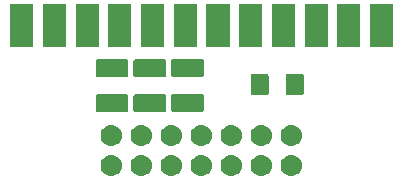
<source format=gbr>
G04 #@! TF.GenerationSoftware,KiCad,Pcbnew,(5.1.2-1)-1*
G04 #@! TF.CreationDate,2019-11-24T12:47:18+01:00*
G04 #@! TF.ProjectId,Amiga_DB23_RGBS_out,416d6967-615f-4444-9232-335f52474253,rev?*
G04 #@! TF.SameCoordinates,Original*
G04 #@! TF.FileFunction,Soldermask,Top*
G04 #@! TF.FilePolarity,Negative*
%FSLAX46Y46*%
G04 Gerber Fmt 4.6, Leading zero omitted, Abs format (unit mm)*
G04 Created by KiCad (PCBNEW (5.1.2-1)-1) date 2019-11-24 12:47:18*
%MOMM*%
%LPD*%
G04 APERTURE LIST*
%ADD10C,0.100000*%
G04 APERTURE END LIST*
D10*
G36*
X114200443Y-62955519D02*
G01*
X114266627Y-62962037D01*
X114436466Y-63013557D01*
X114592991Y-63097222D01*
X114628729Y-63126552D01*
X114730186Y-63209814D01*
X114813448Y-63311271D01*
X114842778Y-63347009D01*
X114926443Y-63503534D01*
X114977963Y-63673373D01*
X114995359Y-63850000D01*
X114977963Y-64026627D01*
X114926443Y-64196466D01*
X114842778Y-64352991D01*
X114813448Y-64388729D01*
X114730186Y-64490186D01*
X114628729Y-64573448D01*
X114592991Y-64602778D01*
X114436466Y-64686443D01*
X114266627Y-64737963D01*
X114200442Y-64744482D01*
X114134260Y-64751000D01*
X114045740Y-64751000D01*
X113979558Y-64744482D01*
X113913373Y-64737963D01*
X113743534Y-64686443D01*
X113587009Y-64602778D01*
X113551271Y-64573448D01*
X113449814Y-64490186D01*
X113366552Y-64388729D01*
X113337222Y-64352991D01*
X113253557Y-64196466D01*
X113202037Y-64026627D01*
X113184641Y-63850000D01*
X113202037Y-63673373D01*
X113253557Y-63503534D01*
X113337222Y-63347009D01*
X113366552Y-63311271D01*
X113449814Y-63209814D01*
X113551271Y-63126552D01*
X113587009Y-63097222D01*
X113743534Y-63013557D01*
X113913373Y-62962037D01*
X113979557Y-62955519D01*
X114045740Y-62949000D01*
X114134260Y-62949000D01*
X114200443Y-62955519D01*
X114200443Y-62955519D01*
G37*
G36*
X111660443Y-62955519D02*
G01*
X111726627Y-62962037D01*
X111896466Y-63013557D01*
X112052991Y-63097222D01*
X112088729Y-63126552D01*
X112190186Y-63209814D01*
X112273448Y-63311271D01*
X112302778Y-63347009D01*
X112386443Y-63503534D01*
X112437963Y-63673373D01*
X112455359Y-63850000D01*
X112437963Y-64026627D01*
X112386443Y-64196466D01*
X112302778Y-64352991D01*
X112273448Y-64388729D01*
X112190186Y-64490186D01*
X112088729Y-64573448D01*
X112052991Y-64602778D01*
X111896466Y-64686443D01*
X111726627Y-64737963D01*
X111660442Y-64744482D01*
X111594260Y-64751000D01*
X111505740Y-64751000D01*
X111439558Y-64744482D01*
X111373373Y-64737963D01*
X111203534Y-64686443D01*
X111047009Y-64602778D01*
X111011271Y-64573448D01*
X110909814Y-64490186D01*
X110826552Y-64388729D01*
X110797222Y-64352991D01*
X110713557Y-64196466D01*
X110662037Y-64026627D01*
X110644641Y-63850000D01*
X110662037Y-63673373D01*
X110713557Y-63503534D01*
X110797222Y-63347009D01*
X110826552Y-63311271D01*
X110909814Y-63209814D01*
X111011271Y-63126552D01*
X111047009Y-63097222D01*
X111203534Y-63013557D01*
X111373373Y-62962037D01*
X111439557Y-62955519D01*
X111505740Y-62949000D01*
X111594260Y-62949000D01*
X111660443Y-62955519D01*
X111660443Y-62955519D01*
G37*
G36*
X109120443Y-62955519D02*
G01*
X109186627Y-62962037D01*
X109356466Y-63013557D01*
X109512991Y-63097222D01*
X109548729Y-63126552D01*
X109650186Y-63209814D01*
X109733448Y-63311271D01*
X109762778Y-63347009D01*
X109846443Y-63503534D01*
X109897963Y-63673373D01*
X109915359Y-63850000D01*
X109897963Y-64026627D01*
X109846443Y-64196466D01*
X109762778Y-64352991D01*
X109733448Y-64388729D01*
X109650186Y-64490186D01*
X109548729Y-64573448D01*
X109512991Y-64602778D01*
X109356466Y-64686443D01*
X109186627Y-64737963D01*
X109120442Y-64744482D01*
X109054260Y-64751000D01*
X108965740Y-64751000D01*
X108899558Y-64744482D01*
X108833373Y-64737963D01*
X108663534Y-64686443D01*
X108507009Y-64602778D01*
X108471271Y-64573448D01*
X108369814Y-64490186D01*
X108286552Y-64388729D01*
X108257222Y-64352991D01*
X108173557Y-64196466D01*
X108122037Y-64026627D01*
X108104641Y-63850000D01*
X108122037Y-63673373D01*
X108173557Y-63503534D01*
X108257222Y-63347009D01*
X108286552Y-63311271D01*
X108369814Y-63209814D01*
X108471271Y-63126552D01*
X108507009Y-63097222D01*
X108663534Y-63013557D01*
X108833373Y-62962037D01*
X108899557Y-62955519D01*
X108965740Y-62949000D01*
X109054260Y-62949000D01*
X109120443Y-62955519D01*
X109120443Y-62955519D01*
G37*
G36*
X106580443Y-62955519D02*
G01*
X106646627Y-62962037D01*
X106816466Y-63013557D01*
X106972991Y-63097222D01*
X107008729Y-63126552D01*
X107110186Y-63209814D01*
X107193448Y-63311271D01*
X107222778Y-63347009D01*
X107306443Y-63503534D01*
X107357963Y-63673373D01*
X107375359Y-63850000D01*
X107357963Y-64026627D01*
X107306443Y-64196466D01*
X107222778Y-64352991D01*
X107193448Y-64388729D01*
X107110186Y-64490186D01*
X107008729Y-64573448D01*
X106972991Y-64602778D01*
X106816466Y-64686443D01*
X106646627Y-64737963D01*
X106580442Y-64744482D01*
X106514260Y-64751000D01*
X106425740Y-64751000D01*
X106359558Y-64744482D01*
X106293373Y-64737963D01*
X106123534Y-64686443D01*
X105967009Y-64602778D01*
X105931271Y-64573448D01*
X105829814Y-64490186D01*
X105746552Y-64388729D01*
X105717222Y-64352991D01*
X105633557Y-64196466D01*
X105582037Y-64026627D01*
X105564641Y-63850000D01*
X105582037Y-63673373D01*
X105633557Y-63503534D01*
X105717222Y-63347009D01*
X105746552Y-63311271D01*
X105829814Y-63209814D01*
X105931271Y-63126552D01*
X105967009Y-63097222D01*
X106123534Y-63013557D01*
X106293373Y-62962037D01*
X106359557Y-62955519D01*
X106425740Y-62949000D01*
X106514260Y-62949000D01*
X106580443Y-62955519D01*
X106580443Y-62955519D01*
G37*
G36*
X104040443Y-62955519D02*
G01*
X104106627Y-62962037D01*
X104276466Y-63013557D01*
X104432991Y-63097222D01*
X104468729Y-63126552D01*
X104570186Y-63209814D01*
X104653448Y-63311271D01*
X104682778Y-63347009D01*
X104766443Y-63503534D01*
X104817963Y-63673373D01*
X104835359Y-63850000D01*
X104817963Y-64026627D01*
X104766443Y-64196466D01*
X104682778Y-64352991D01*
X104653448Y-64388729D01*
X104570186Y-64490186D01*
X104468729Y-64573448D01*
X104432991Y-64602778D01*
X104276466Y-64686443D01*
X104106627Y-64737963D01*
X104040442Y-64744482D01*
X103974260Y-64751000D01*
X103885740Y-64751000D01*
X103819558Y-64744482D01*
X103753373Y-64737963D01*
X103583534Y-64686443D01*
X103427009Y-64602778D01*
X103391271Y-64573448D01*
X103289814Y-64490186D01*
X103206552Y-64388729D01*
X103177222Y-64352991D01*
X103093557Y-64196466D01*
X103042037Y-64026627D01*
X103024641Y-63850000D01*
X103042037Y-63673373D01*
X103093557Y-63503534D01*
X103177222Y-63347009D01*
X103206552Y-63311271D01*
X103289814Y-63209814D01*
X103391271Y-63126552D01*
X103427009Y-63097222D01*
X103583534Y-63013557D01*
X103753373Y-62962037D01*
X103819557Y-62955519D01*
X103885740Y-62949000D01*
X103974260Y-62949000D01*
X104040443Y-62955519D01*
X104040443Y-62955519D01*
G37*
G36*
X101500443Y-62955519D02*
G01*
X101566627Y-62962037D01*
X101736466Y-63013557D01*
X101892991Y-63097222D01*
X101928729Y-63126552D01*
X102030186Y-63209814D01*
X102113448Y-63311271D01*
X102142778Y-63347009D01*
X102226443Y-63503534D01*
X102277963Y-63673373D01*
X102295359Y-63850000D01*
X102277963Y-64026627D01*
X102226443Y-64196466D01*
X102142778Y-64352991D01*
X102113448Y-64388729D01*
X102030186Y-64490186D01*
X101928729Y-64573448D01*
X101892991Y-64602778D01*
X101736466Y-64686443D01*
X101566627Y-64737963D01*
X101500442Y-64744482D01*
X101434260Y-64751000D01*
X101345740Y-64751000D01*
X101279558Y-64744482D01*
X101213373Y-64737963D01*
X101043534Y-64686443D01*
X100887009Y-64602778D01*
X100851271Y-64573448D01*
X100749814Y-64490186D01*
X100666552Y-64388729D01*
X100637222Y-64352991D01*
X100553557Y-64196466D01*
X100502037Y-64026627D01*
X100484641Y-63850000D01*
X100502037Y-63673373D01*
X100553557Y-63503534D01*
X100637222Y-63347009D01*
X100666552Y-63311271D01*
X100749814Y-63209814D01*
X100851271Y-63126552D01*
X100887009Y-63097222D01*
X101043534Y-63013557D01*
X101213373Y-62962037D01*
X101279557Y-62955519D01*
X101345740Y-62949000D01*
X101434260Y-62949000D01*
X101500443Y-62955519D01*
X101500443Y-62955519D01*
G37*
G36*
X98960443Y-62955519D02*
G01*
X99026627Y-62962037D01*
X99196466Y-63013557D01*
X99352991Y-63097222D01*
X99388729Y-63126552D01*
X99490186Y-63209814D01*
X99573448Y-63311271D01*
X99602778Y-63347009D01*
X99686443Y-63503534D01*
X99737963Y-63673373D01*
X99755359Y-63850000D01*
X99737963Y-64026627D01*
X99686443Y-64196466D01*
X99602778Y-64352991D01*
X99573448Y-64388729D01*
X99490186Y-64490186D01*
X99388729Y-64573448D01*
X99352991Y-64602778D01*
X99196466Y-64686443D01*
X99026627Y-64737963D01*
X98960442Y-64744482D01*
X98894260Y-64751000D01*
X98805740Y-64751000D01*
X98739558Y-64744482D01*
X98673373Y-64737963D01*
X98503534Y-64686443D01*
X98347009Y-64602778D01*
X98311271Y-64573448D01*
X98209814Y-64490186D01*
X98126552Y-64388729D01*
X98097222Y-64352991D01*
X98013557Y-64196466D01*
X97962037Y-64026627D01*
X97944641Y-63850000D01*
X97962037Y-63673373D01*
X98013557Y-63503534D01*
X98097222Y-63347009D01*
X98126552Y-63311271D01*
X98209814Y-63209814D01*
X98311271Y-63126552D01*
X98347009Y-63097222D01*
X98503534Y-63013557D01*
X98673373Y-62962037D01*
X98739557Y-62955519D01*
X98805740Y-62949000D01*
X98894260Y-62949000D01*
X98960443Y-62955519D01*
X98960443Y-62955519D01*
G37*
G36*
X114200442Y-60415518D02*
G01*
X114266627Y-60422037D01*
X114436466Y-60473557D01*
X114592991Y-60557222D01*
X114628729Y-60586552D01*
X114730186Y-60669814D01*
X114813448Y-60771271D01*
X114842778Y-60807009D01*
X114926443Y-60963534D01*
X114977963Y-61133373D01*
X114995359Y-61310000D01*
X114977963Y-61486627D01*
X114926443Y-61656466D01*
X114842778Y-61812991D01*
X114813448Y-61848729D01*
X114730186Y-61950186D01*
X114628729Y-62033448D01*
X114592991Y-62062778D01*
X114436466Y-62146443D01*
X114266627Y-62197963D01*
X114200442Y-62204482D01*
X114134260Y-62211000D01*
X114045740Y-62211000D01*
X113979558Y-62204482D01*
X113913373Y-62197963D01*
X113743534Y-62146443D01*
X113587009Y-62062778D01*
X113551271Y-62033448D01*
X113449814Y-61950186D01*
X113366552Y-61848729D01*
X113337222Y-61812991D01*
X113253557Y-61656466D01*
X113202037Y-61486627D01*
X113184641Y-61310000D01*
X113202037Y-61133373D01*
X113253557Y-60963534D01*
X113337222Y-60807009D01*
X113366552Y-60771271D01*
X113449814Y-60669814D01*
X113551271Y-60586552D01*
X113587009Y-60557222D01*
X113743534Y-60473557D01*
X113913373Y-60422037D01*
X113979558Y-60415518D01*
X114045740Y-60409000D01*
X114134260Y-60409000D01*
X114200442Y-60415518D01*
X114200442Y-60415518D01*
G37*
G36*
X98960442Y-60415518D02*
G01*
X99026627Y-60422037D01*
X99196466Y-60473557D01*
X99352991Y-60557222D01*
X99388729Y-60586552D01*
X99490186Y-60669814D01*
X99573448Y-60771271D01*
X99602778Y-60807009D01*
X99686443Y-60963534D01*
X99737963Y-61133373D01*
X99755359Y-61310000D01*
X99737963Y-61486627D01*
X99686443Y-61656466D01*
X99602778Y-61812991D01*
X99573448Y-61848729D01*
X99490186Y-61950186D01*
X99388729Y-62033448D01*
X99352991Y-62062778D01*
X99196466Y-62146443D01*
X99026627Y-62197963D01*
X98960442Y-62204482D01*
X98894260Y-62211000D01*
X98805740Y-62211000D01*
X98739558Y-62204482D01*
X98673373Y-62197963D01*
X98503534Y-62146443D01*
X98347009Y-62062778D01*
X98311271Y-62033448D01*
X98209814Y-61950186D01*
X98126552Y-61848729D01*
X98097222Y-61812991D01*
X98013557Y-61656466D01*
X97962037Y-61486627D01*
X97944641Y-61310000D01*
X97962037Y-61133373D01*
X98013557Y-60963534D01*
X98097222Y-60807009D01*
X98126552Y-60771271D01*
X98209814Y-60669814D01*
X98311271Y-60586552D01*
X98347009Y-60557222D01*
X98503534Y-60473557D01*
X98673373Y-60422037D01*
X98739558Y-60415518D01*
X98805740Y-60409000D01*
X98894260Y-60409000D01*
X98960442Y-60415518D01*
X98960442Y-60415518D01*
G37*
G36*
X101500442Y-60415518D02*
G01*
X101566627Y-60422037D01*
X101736466Y-60473557D01*
X101892991Y-60557222D01*
X101928729Y-60586552D01*
X102030186Y-60669814D01*
X102113448Y-60771271D01*
X102142778Y-60807009D01*
X102226443Y-60963534D01*
X102277963Y-61133373D01*
X102295359Y-61310000D01*
X102277963Y-61486627D01*
X102226443Y-61656466D01*
X102142778Y-61812991D01*
X102113448Y-61848729D01*
X102030186Y-61950186D01*
X101928729Y-62033448D01*
X101892991Y-62062778D01*
X101736466Y-62146443D01*
X101566627Y-62197963D01*
X101500442Y-62204482D01*
X101434260Y-62211000D01*
X101345740Y-62211000D01*
X101279558Y-62204482D01*
X101213373Y-62197963D01*
X101043534Y-62146443D01*
X100887009Y-62062778D01*
X100851271Y-62033448D01*
X100749814Y-61950186D01*
X100666552Y-61848729D01*
X100637222Y-61812991D01*
X100553557Y-61656466D01*
X100502037Y-61486627D01*
X100484641Y-61310000D01*
X100502037Y-61133373D01*
X100553557Y-60963534D01*
X100637222Y-60807009D01*
X100666552Y-60771271D01*
X100749814Y-60669814D01*
X100851271Y-60586552D01*
X100887009Y-60557222D01*
X101043534Y-60473557D01*
X101213373Y-60422037D01*
X101279558Y-60415518D01*
X101345740Y-60409000D01*
X101434260Y-60409000D01*
X101500442Y-60415518D01*
X101500442Y-60415518D01*
G37*
G36*
X104040442Y-60415518D02*
G01*
X104106627Y-60422037D01*
X104276466Y-60473557D01*
X104432991Y-60557222D01*
X104468729Y-60586552D01*
X104570186Y-60669814D01*
X104653448Y-60771271D01*
X104682778Y-60807009D01*
X104766443Y-60963534D01*
X104817963Y-61133373D01*
X104835359Y-61310000D01*
X104817963Y-61486627D01*
X104766443Y-61656466D01*
X104682778Y-61812991D01*
X104653448Y-61848729D01*
X104570186Y-61950186D01*
X104468729Y-62033448D01*
X104432991Y-62062778D01*
X104276466Y-62146443D01*
X104106627Y-62197963D01*
X104040442Y-62204482D01*
X103974260Y-62211000D01*
X103885740Y-62211000D01*
X103819558Y-62204482D01*
X103753373Y-62197963D01*
X103583534Y-62146443D01*
X103427009Y-62062778D01*
X103391271Y-62033448D01*
X103289814Y-61950186D01*
X103206552Y-61848729D01*
X103177222Y-61812991D01*
X103093557Y-61656466D01*
X103042037Y-61486627D01*
X103024641Y-61310000D01*
X103042037Y-61133373D01*
X103093557Y-60963534D01*
X103177222Y-60807009D01*
X103206552Y-60771271D01*
X103289814Y-60669814D01*
X103391271Y-60586552D01*
X103427009Y-60557222D01*
X103583534Y-60473557D01*
X103753373Y-60422037D01*
X103819558Y-60415518D01*
X103885740Y-60409000D01*
X103974260Y-60409000D01*
X104040442Y-60415518D01*
X104040442Y-60415518D01*
G37*
G36*
X106580442Y-60415518D02*
G01*
X106646627Y-60422037D01*
X106816466Y-60473557D01*
X106972991Y-60557222D01*
X107008729Y-60586552D01*
X107110186Y-60669814D01*
X107193448Y-60771271D01*
X107222778Y-60807009D01*
X107306443Y-60963534D01*
X107357963Y-61133373D01*
X107375359Y-61310000D01*
X107357963Y-61486627D01*
X107306443Y-61656466D01*
X107222778Y-61812991D01*
X107193448Y-61848729D01*
X107110186Y-61950186D01*
X107008729Y-62033448D01*
X106972991Y-62062778D01*
X106816466Y-62146443D01*
X106646627Y-62197963D01*
X106580442Y-62204482D01*
X106514260Y-62211000D01*
X106425740Y-62211000D01*
X106359558Y-62204482D01*
X106293373Y-62197963D01*
X106123534Y-62146443D01*
X105967009Y-62062778D01*
X105931271Y-62033448D01*
X105829814Y-61950186D01*
X105746552Y-61848729D01*
X105717222Y-61812991D01*
X105633557Y-61656466D01*
X105582037Y-61486627D01*
X105564641Y-61310000D01*
X105582037Y-61133373D01*
X105633557Y-60963534D01*
X105717222Y-60807009D01*
X105746552Y-60771271D01*
X105829814Y-60669814D01*
X105931271Y-60586552D01*
X105967009Y-60557222D01*
X106123534Y-60473557D01*
X106293373Y-60422037D01*
X106359558Y-60415518D01*
X106425740Y-60409000D01*
X106514260Y-60409000D01*
X106580442Y-60415518D01*
X106580442Y-60415518D01*
G37*
G36*
X109120442Y-60415518D02*
G01*
X109186627Y-60422037D01*
X109356466Y-60473557D01*
X109512991Y-60557222D01*
X109548729Y-60586552D01*
X109650186Y-60669814D01*
X109733448Y-60771271D01*
X109762778Y-60807009D01*
X109846443Y-60963534D01*
X109897963Y-61133373D01*
X109915359Y-61310000D01*
X109897963Y-61486627D01*
X109846443Y-61656466D01*
X109762778Y-61812991D01*
X109733448Y-61848729D01*
X109650186Y-61950186D01*
X109548729Y-62033448D01*
X109512991Y-62062778D01*
X109356466Y-62146443D01*
X109186627Y-62197963D01*
X109120442Y-62204482D01*
X109054260Y-62211000D01*
X108965740Y-62211000D01*
X108899558Y-62204482D01*
X108833373Y-62197963D01*
X108663534Y-62146443D01*
X108507009Y-62062778D01*
X108471271Y-62033448D01*
X108369814Y-61950186D01*
X108286552Y-61848729D01*
X108257222Y-61812991D01*
X108173557Y-61656466D01*
X108122037Y-61486627D01*
X108104641Y-61310000D01*
X108122037Y-61133373D01*
X108173557Y-60963534D01*
X108257222Y-60807009D01*
X108286552Y-60771271D01*
X108369814Y-60669814D01*
X108471271Y-60586552D01*
X108507009Y-60557222D01*
X108663534Y-60473557D01*
X108833373Y-60422037D01*
X108899558Y-60415518D01*
X108965740Y-60409000D01*
X109054260Y-60409000D01*
X109120442Y-60415518D01*
X109120442Y-60415518D01*
G37*
G36*
X111660442Y-60415518D02*
G01*
X111726627Y-60422037D01*
X111896466Y-60473557D01*
X112052991Y-60557222D01*
X112088729Y-60586552D01*
X112190186Y-60669814D01*
X112273448Y-60771271D01*
X112302778Y-60807009D01*
X112386443Y-60963534D01*
X112437963Y-61133373D01*
X112455359Y-61310000D01*
X112437963Y-61486627D01*
X112386443Y-61656466D01*
X112302778Y-61812991D01*
X112273448Y-61848729D01*
X112190186Y-61950186D01*
X112088729Y-62033448D01*
X112052991Y-62062778D01*
X111896466Y-62146443D01*
X111726627Y-62197963D01*
X111660442Y-62204482D01*
X111594260Y-62211000D01*
X111505740Y-62211000D01*
X111439558Y-62204482D01*
X111373373Y-62197963D01*
X111203534Y-62146443D01*
X111047009Y-62062778D01*
X111011271Y-62033448D01*
X110909814Y-61950186D01*
X110826552Y-61848729D01*
X110797222Y-61812991D01*
X110713557Y-61656466D01*
X110662037Y-61486627D01*
X110644641Y-61310000D01*
X110662037Y-61133373D01*
X110713557Y-60963534D01*
X110797222Y-60807009D01*
X110826552Y-60771271D01*
X110909814Y-60669814D01*
X111011271Y-60586552D01*
X111047009Y-60557222D01*
X111203534Y-60473557D01*
X111373373Y-60422037D01*
X111439558Y-60415518D01*
X111505740Y-60409000D01*
X111594260Y-60409000D01*
X111660442Y-60415518D01*
X111660442Y-60415518D01*
G37*
G36*
X100125562Y-57828181D02*
G01*
X100160481Y-57838774D01*
X100192663Y-57855976D01*
X100220873Y-57879127D01*
X100244024Y-57907337D01*
X100261226Y-57939519D01*
X100271819Y-57974438D01*
X100276000Y-58016895D01*
X100276000Y-59158105D01*
X100271819Y-59200562D01*
X100261226Y-59235481D01*
X100244024Y-59267663D01*
X100220873Y-59295873D01*
X100192663Y-59319024D01*
X100160481Y-59336226D01*
X100125562Y-59346819D01*
X100083105Y-59351000D01*
X97716895Y-59351000D01*
X97674438Y-59346819D01*
X97639519Y-59336226D01*
X97607337Y-59319024D01*
X97579127Y-59295873D01*
X97555976Y-59267663D01*
X97538774Y-59235481D01*
X97528181Y-59200562D01*
X97524000Y-59158105D01*
X97524000Y-58016895D01*
X97528181Y-57974438D01*
X97538774Y-57939519D01*
X97555976Y-57907337D01*
X97579127Y-57879127D01*
X97607337Y-57855976D01*
X97639519Y-57838774D01*
X97674438Y-57828181D01*
X97716895Y-57824000D01*
X100083105Y-57824000D01*
X100125562Y-57828181D01*
X100125562Y-57828181D01*
G37*
G36*
X103325562Y-57828181D02*
G01*
X103360481Y-57838774D01*
X103392663Y-57855976D01*
X103420873Y-57879127D01*
X103444024Y-57907337D01*
X103461226Y-57939519D01*
X103471819Y-57974438D01*
X103476000Y-58016895D01*
X103476000Y-59158105D01*
X103471819Y-59200562D01*
X103461226Y-59235481D01*
X103444024Y-59267663D01*
X103420873Y-59295873D01*
X103392663Y-59319024D01*
X103360481Y-59336226D01*
X103325562Y-59346819D01*
X103283105Y-59351000D01*
X100916895Y-59351000D01*
X100874438Y-59346819D01*
X100839519Y-59336226D01*
X100807337Y-59319024D01*
X100779127Y-59295873D01*
X100755976Y-59267663D01*
X100738774Y-59235481D01*
X100728181Y-59200562D01*
X100724000Y-59158105D01*
X100724000Y-58016895D01*
X100728181Y-57974438D01*
X100738774Y-57939519D01*
X100755976Y-57907337D01*
X100779127Y-57879127D01*
X100807337Y-57855976D01*
X100839519Y-57838774D01*
X100874438Y-57828181D01*
X100916895Y-57824000D01*
X103283105Y-57824000D01*
X103325562Y-57828181D01*
X103325562Y-57828181D01*
G37*
G36*
X106525562Y-57815681D02*
G01*
X106560481Y-57826274D01*
X106592663Y-57843476D01*
X106620873Y-57866627D01*
X106644024Y-57894837D01*
X106661226Y-57927019D01*
X106671819Y-57961938D01*
X106676000Y-58004395D01*
X106676000Y-59145605D01*
X106671819Y-59188062D01*
X106661226Y-59222981D01*
X106644024Y-59255163D01*
X106620873Y-59283373D01*
X106592663Y-59306524D01*
X106560481Y-59323726D01*
X106525562Y-59334319D01*
X106483105Y-59338500D01*
X104116895Y-59338500D01*
X104074438Y-59334319D01*
X104039519Y-59323726D01*
X104007337Y-59306524D01*
X103979127Y-59283373D01*
X103955976Y-59255163D01*
X103938774Y-59222981D01*
X103928181Y-59188062D01*
X103924000Y-59145605D01*
X103924000Y-58004395D01*
X103928181Y-57961938D01*
X103938774Y-57927019D01*
X103955976Y-57894837D01*
X103979127Y-57866627D01*
X104007337Y-57843476D01*
X104039519Y-57826274D01*
X104074438Y-57815681D01*
X104116895Y-57811500D01*
X106483105Y-57811500D01*
X106525562Y-57815681D01*
X106525562Y-57815681D01*
G37*
G36*
X112013062Y-56078181D02*
G01*
X112047981Y-56088774D01*
X112080163Y-56105976D01*
X112108373Y-56129127D01*
X112131524Y-56157337D01*
X112148726Y-56189519D01*
X112159319Y-56224438D01*
X112163500Y-56266895D01*
X112163500Y-57733105D01*
X112159319Y-57775562D01*
X112148726Y-57810481D01*
X112131524Y-57842663D01*
X112108373Y-57870873D01*
X112080163Y-57894024D01*
X112047981Y-57911226D01*
X112013062Y-57921819D01*
X111970605Y-57926000D01*
X110829395Y-57926000D01*
X110786938Y-57921819D01*
X110752019Y-57911226D01*
X110719837Y-57894024D01*
X110691627Y-57870873D01*
X110668476Y-57842663D01*
X110651274Y-57810481D01*
X110640681Y-57775562D01*
X110636500Y-57733105D01*
X110636500Y-56266895D01*
X110640681Y-56224438D01*
X110651274Y-56189519D01*
X110668476Y-56157337D01*
X110691627Y-56129127D01*
X110719837Y-56105976D01*
X110752019Y-56088774D01*
X110786938Y-56078181D01*
X110829395Y-56074000D01*
X111970605Y-56074000D01*
X112013062Y-56078181D01*
X112013062Y-56078181D01*
G37*
G36*
X114988062Y-56078181D02*
G01*
X115022981Y-56088774D01*
X115055163Y-56105976D01*
X115083373Y-56129127D01*
X115106524Y-56157337D01*
X115123726Y-56189519D01*
X115134319Y-56224438D01*
X115138500Y-56266895D01*
X115138500Y-57733105D01*
X115134319Y-57775562D01*
X115123726Y-57810481D01*
X115106524Y-57842663D01*
X115083373Y-57870873D01*
X115055163Y-57894024D01*
X115022981Y-57911226D01*
X114988062Y-57921819D01*
X114945605Y-57926000D01*
X113804395Y-57926000D01*
X113761938Y-57921819D01*
X113727019Y-57911226D01*
X113694837Y-57894024D01*
X113666627Y-57870873D01*
X113643476Y-57842663D01*
X113626274Y-57810481D01*
X113615681Y-57775562D01*
X113611500Y-57733105D01*
X113611500Y-56266895D01*
X113615681Y-56224438D01*
X113626274Y-56189519D01*
X113643476Y-56157337D01*
X113666627Y-56129127D01*
X113694837Y-56105976D01*
X113727019Y-56088774D01*
X113761938Y-56078181D01*
X113804395Y-56074000D01*
X114945605Y-56074000D01*
X114988062Y-56078181D01*
X114988062Y-56078181D01*
G37*
G36*
X103325562Y-54853181D02*
G01*
X103360481Y-54863774D01*
X103392663Y-54880976D01*
X103420873Y-54904127D01*
X103444024Y-54932337D01*
X103461226Y-54964519D01*
X103471819Y-54999438D01*
X103476000Y-55041895D01*
X103476000Y-56183105D01*
X103471819Y-56225562D01*
X103461226Y-56260481D01*
X103444024Y-56292663D01*
X103420873Y-56320873D01*
X103392663Y-56344024D01*
X103360481Y-56361226D01*
X103325562Y-56371819D01*
X103283105Y-56376000D01*
X100916895Y-56376000D01*
X100874438Y-56371819D01*
X100839519Y-56361226D01*
X100807337Y-56344024D01*
X100779127Y-56320873D01*
X100755976Y-56292663D01*
X100738774Y-56260481D01*
X100728181Y-56225562D01*
X100724000Y-56183105D01*
X100724000Y-55041895D01*
X100728181Y-54999438D01*
X100738774Y-54964519D01*
X100755976Y-54932337D01*
X100779127Y-54904127D01*
X100807337Y-54880976D01*
X100839519Y-54863774D01*
X100874438Y-54853181D01*
X100916895Y-54849000D01*
X103283105Y-54849000D01*
X103325562Y-54853181D01*
X103325562Y-54853181D01*
G37*
G36*
X100125562Y-54853181D02*
G01*
X100160481Y-54863774D01*
X100192663Y-54880976D01*
X100220873Y-54904127D01*
X100244024Y-54932337D01*
X100261226Y-54964519D01*
X100271819Y-54999438D01*
X100276000Y-55041895D01*
X100276000Y-56183105D01*
X100271819Y-56225562D01*
X100261226Y-56260481D01*
X100244024Y-56292663D01*
X100220873Y-56320873D01*
X100192663Y-56344024D01*
X100160481Y-56361226D01*
X100125562Y-56371819D01*
X100083105Y-56376000D01*
X97716895Y-56376000D01*
X97674438Y-56371819D01*
X97639519Y-56361226D01*
X97607337Y-56344024D01*
X97579127Y-56320873D01*
X97555976Y-56292663D01*
X97538774Y-56260481D01*
X97528181Y-56225562D01*
X97524000Y-56183105D01*
X97524000Y-55041895D01*
X97528181Y-54999438D01*
X97538774Y-54964519D01*
X97555976Y-54932337D01*
X97579127Y-54904127D01*
X97607337Y-54880976D01*
X97639519Y-54863774D01*
X97674438Y-54853181D01*
X97716895Y-54849000D01*
X100083105Y-54849000D01*
X100125562Y-54853181D01*
X100125562Y-54853181D01*
G37*
G36*
X106525562Y-54840681D02*
G01*
X106560481Y-54851274D01*
X106592663Y-54868476D01*
X106620873Y-54891627D01*
X106644024Y-54919837D01*
X106661226Y-54952019D01*
X106671819Y-54986938D01*
X106676000Y-55029395D01*
X106676000Y-56170605D01*
X106671819Y-56213062D01*
X106661226Y-56247981D01*
X106644024Y-56280163D01*
X106620873Y-56308373D01*
X106592663Y-56331524D01*
X106560481Y-56348726D01*
X106525562Y-56359319D01*
X106483105Y-56363500D01*
X104116895Y-56363500D01*
X104074438Y-56359319D01*
X104039519Y-56348726D01*
X104007337Y-56331524D01*
X103979127Y-56308373D01*
X103955976Y-56280163D01*
X103938774Y-56247981D01*
X103928181Y-56213062D01*
X103924000Y-56170605D01*
X103924000Y-55029395D01*
X103928181Y-54986938D01*
X103938774Y-54952019D01*
X103955976Y-54919837D01*
X103979127Y-54891627D01*
X104007337Y-54868476D01*
X104039519Y-54851274D01*
X104074438Y-54840681D01*
X104116895Y-54836500D01*
X106483105Y-54836500D01*
X106525562Y-54840681D01*
X106525562Y-54840681D01*
G37*
G36*
X100549333Y-53791000D02*
G01*
X98600667Y-53791000D01*
X98600667Y-50209000D01*
X100549333Y-50209000D01*
X100549333Y-53791000D01*
X100549333Y-53791000D01*
G37*
G36*
X103319333Y-53791000D02*
G01*
X101370667Y-53791000D01*
X101370667Y-50209000D01*
X103319333Y-50209000D01*
X103319333Y-53791000D01*
X103319333Y-53791000D01*
G37*
G36*
X106089333Y-53791000D02*
G01*
X104140667Y-53791000D01*
X104140667Y-50209000D01*
X106089333Y-50209000D01*
X106089333Y-53791000D01*
X106089333Y-53791000D01*
G37*
G36*
X108859333Y-53791000D02*
G01*
X106910667Y-53791000D01*
X106910667Y-50209000D01*
X108859333Y-50209000D01*
X108859333Y-53791000D01*
X108859333Y-53791000D01*
G37*
G36*
X111629333Y-53791000D02*
G01*
X109680667Y-53791000D01*
X109680667Y-50209000D01*
X111629333Y-50209000D01*
X111629333Y-53791000D01*
X111629333Y-53791000D01*
G37*
G36*
X114399333Y-53791000D02*
G01*
X112450667Y-53791000D01*
X112450667Y-50209000D01*
X114399333Y-50209000D01*
X114399333Y-53791000D01*
X114399333Y-53791000D01*
G37*
G36*
X117169333Y-53791000D02*
G01*
X115220667Y-53791000D01*
X115220667Y-50209000D01*
X117169333Y-50209000D01*
X117169333Y-53791000D01*
X117169333Y-53791000D01*
G37*
G36*
X119939333Y-53791000D02*
G01*
X117990667Y-53791000D01*
X117990667Y-50209000D01*
X119939333Y-50209000D01*
X119939333Y-53791000D01*
X119939333Y-53791000D01*
G37*
G36*
X122709333Y-53791000D02*
G01*
X120760667Y-53791000D01*
X120760667Y-50209000D01*
X122709333Y-50209000D01*
X122709333Y-53791000D01*
X122709333Y-53791000D01*
G37*
G36*
X97779333Y-53791000D02*
G01*
X95830667Y-53791000D01*
X95830667Y-50209000D01*
X97779333Y-50209000D01*
X97779333Y-53791000D01*
X97779333Y-53791000D01*
G37*
G36*
X95009333Y-53791000D02*
G01*
X93060667Y-53791000D01*
X93060667Y-50209000D01*
X95009333Y-50209000D01*
X95009333Y-53791000D01*
X95009333Y-53791000D01*
G37*
G36*
X92239333Y-53791000D02*
G01*
X90290667Y-53791000D01*
X90290667Y-50209000D01*
X92239333Y-50209000D01*
X92239333Y-53791000D01*
X92239333Y-53791000D01*
G37*
M02*

</source>
